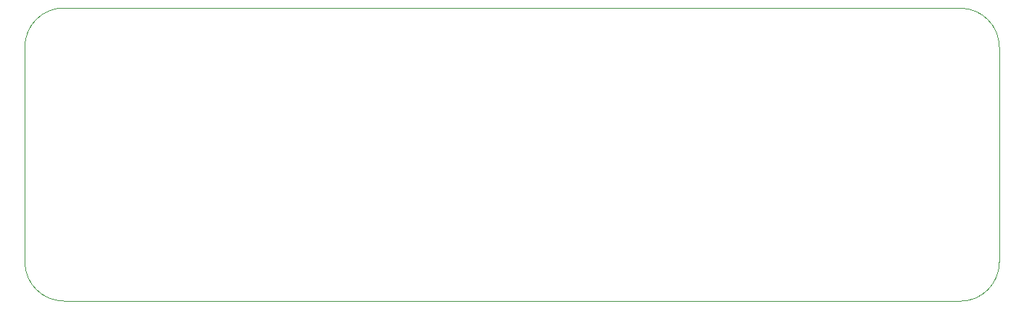
<source format=gm1>
G04 #@! TF.GenerationSoftware,KiCad,Pcbnew,(5.1.9-0-10_14)*
G04 #@! TF.CreationDate,2021-06-10T12:36:41+02:00*
G04 #@! TF.ProjectId,Clock,436c6f63-6b2e-46b6-9963-61645f706362,rev?*
G04 #@! TF.SameCoordinates,Original*
G04 #@! TF.FileFunction,Profile,NP*
%FSLAX46Y46*%
G04 Gerber Fmt 4.6, Leading zero omitted, Abs format (unit mm)*
G04 Created by KiCad (PCBNEW (5.1.9-0-10_14)) date 2021-06-10 12:36:41*
%MOMM*%
%LPD*%
G01*
G04 APERTURE LIST*
G04 #@! TA.AperFunction,Profile*
%ADD10C,0.100000*%
G04 #@! TD*
G04 APERTURE END LIST*
D10*
X215061800Y-145948400D02*
X110354000Y-145923000D01*
X219633800Y-116230400D02*
X219633800Y-141376400D01*
X110354000Y-111633000D02*
X215061800Y-111658400D01*
X105782000Y-141351000D02*
X105782000Y-116205000D01*
X105782000Y-116205000D02*
G75*
G02*
X110354000Y-111633000I4572000J0D01*
G01*
X110354000Y-145923000D02*
G75*
G02*
X105782000Y-141351000I0J4572000D01*
G01*
X219633800Y-141376400D02*
G75*
G02*
X215061800Y-145948400I-4572000J0D01*
G01*
X215061800Y-111658400D02*
G75*
G02*
X219633800Y-116230400I0J-4572000D01*
G01*
M02*

</source>
